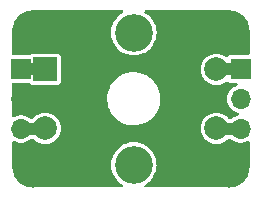
<source format=gtl>
%TF.GenerationSoftware,KiCad,Pcbnew,7.0.7*%
%TF.CreationDate,2023-09-18T16:49:01-04:00*%
%TF.ProjectId,Encoder Mount,456e636f-6465-4722-904d-6f756e742e6b,rev?*%
%TF.SameCoordinates,Original*%
%TF.FileFunction,Copper,L1,Top*%
%TF.FilePolarity,Positive*%
%FSLAX46Y46*%
G04 Gerber Fmt 4.6, Leading zero omitted, Abs format (unit mm)*
G04 Created by KiCad (PCBNEW 7.0.7) date 2023-09-18 16:49:01*
%MOMM*%
%LPD*%
G01*
G04 APERTURE LIST*
%TA.AperFunction,ComponentPad*%
%ADD10C,2.600000*%
%TD*%
%TA.AperFunction,ConnectorPad*%
%ADD11C,3.500000*%
%TD*%
%TA.AperFunction,ComponentPad*%
%ADD12R,2.000000X2.000000*%
%TD*%
%TA.AperFunction,ComponentPad*%
%ADD13C,2.000000*%
%TD*%
%TA.AperFunction,ComponentPad*%
%ADD14C,3.200000*%
%TD*%
%TA.AperFunction,ComponentPad*%
%ADD15R,1.700000X1.700000*%
%TD*%
%TA.AperFunction,ComponentPad*%
%ADD16O,1.700000X1.700000*%
%TD*%
%TA.AperFunction,Conductor*%
%ADD17C,1.000000*%
%TD*%
G04 APERTURE END LIST*
D10*
X91460000Y-94250000D03*
D11*
X91460000Y-94250000D03*
D10*
X108040000Y-94250000D03*
D11*
X108040000Y-94250000D03*
D12*
X92500000Y-97499999D03*
D13*
X92500000Y-102499999D03*
X92500000Y-99999999D03*
D14*
X100000000Y-94399999D03*
X100000000Y-105599999D03*
D13*
X107000000Y-102499999D03*
X107000000Y-97499999D03*
D10*
X108040000Y-105750000D03*
D11*
X108040000Y-105750000D03*
D15*
X109040000Y-97474999D03*
D16*
X109040000Y-100014999D03*
X109040000Y-102554999D03*
D15*
X90460000Y-97474999D03*
D16*
X90460000Y-100014999D03*
X90460000Y-102554999D03*
D10*
X91460000Y-105750000D03*
D11*
X91460000Y-105750000D03*
D17*
X90460000Y-97475000D02*
X92475000Y-97475000D01*
X90460000Y-102555000D02*
X92445000Y-102555000D01*
X107000000Y-97499999D02*
X109015000Y-97499999D01*
X109040000Y-102554999D02*
X107055000Y-102554999D01*
%TA.AperFunction,Conductor*%
G36*
X99052571Y-92520185D02*
G01*
X99098326Y-92572989D01*
X99108270Y-92642147D01*
X99079245Y-92705703D01*
X99044959Y-92733332D01*
X98959052Y-92780240D01*
X98959044Y-92780245D01*
X98739134Y-92944867D01*
X98739116Y-92944883D01*
X98544884Y-93139115D01*
X98544868Y-93139133D01*
X98380246Y-93359043D01*
X98380241Y-93359051D01*
X98248591Y-93600149D01*
X98228232Y-93654734D01*
X98152586Y-93857549D01*
X98152585Y-93857552D01*
X98152584Y-93857556D01*
X98094193Y-94125977D01*
X98094192Y-94125984D01*
X98074594Y-94399997D01*
X98074594Y-94400000D01*
X98094192Y-94674013D01*
X98094193Y-94674020D01*
X98152584Y-94942441D01*
X98152586Y-94942449D01*
X98229897Y-95149727D01*
X98248591Y-95199848D01*
X98380241Y-95440946D01*
X98380246Y-95440954D01*
X98544868Y-95660864D01*
X98544884Y-95660882D01*
X98739116Y-95855114D01*
X98739134Y-95855130D01*
X98959044Y-96019752D01*
X98959052Y-96019757D01*
X99200151Y-96151407D01*
X99200150Y-96151407D01*
X99200154Y-96151408D01*
X99200157Y-96151410D01*
X99457550Y-96247413D01*
X99725986Y-96305807D01*
X99980401Y-96324003D01*
X99999999Y-96325405D01*
X100000000Y-96325405D01*
X100000001Y-96325405D01*
X100018290Y-96324096D01*
X100274014Y-96305807D01*
X100542450Y-96247413D01*
X100799843Y-96151410D01*
X100799847Y-96151407D01*
X100799849Y-96151407D01*
X100920397Y-96085581D01*
X101040953Y-96019754D01*
X101260873Y-95855124D01*
X101455125Y-95660872D01*
X101619755Y-95440952D01*
X101751411Y-95199842D01*
X101847414Y-94942449D01*
X101905808Y-94674013D01*
X101925406Y-94399999D01*
X101905808Y-94125985D01*
X101847414Y-93857549D01*
X101751411Y-93600156D01*
X101751409Y-93600153D01*
X101751408Y-93600149D01*
X101619758Y-93359051D01*
X101619753Y-93359043D01*
X101455131Y-93139133D01*
X101455115Y-93139115D01*
X101260883Y-92944883D01*
X101260865Y-92944867D01*
X101040955Y-92780245D01*
X101040947Y-92780240D01*
X100955041Y-92733332D01*
X100905636Y-92683927D01*
X100890784Y-92615654D01*
X100915201Y-92550190D01*
X100971134Y-92508318D01*
X101014468Y-92500500D01*
X107852405Y-92500500D01*
X107897962Y-92500500D01*
X107902018Y-92500633D01*
X108086433Y-92512719D01*
X108143883Y-92516484D01*
X108151920Y-92517542D01*
X108387641Y-92564431D01*
X108395470Y-92566528D01*
X108623054Y-92643783D01*
X108630542Y-92646883D01*
X108846107Y-92753188D01*
X108853129Y-92757243D01*
X109052964Y-92890768D01*
X109059400Y-92895707D01*
X109240090Y-93054169D01*
X109245830Y-93059909D01*
X109404292Y-93240599D01*
X109409235Y-93247040D01*
X109542755Y-93446868D01*
X109546813Y-93453897D01*
X109645855Y-93654734D01*
X109653110Y-93669444D01*
X109656216Y-93676945D01*
X109733468Y-93904520D01*
X109735569Y-93912362D01*
X109782455Y-94148069D01*
X109783515Y-94156118D01*
X109799367Y-94397980D01*
X109799500Y-94402036D01*
X109799500Y-96180499D01*
X109779815Y-96247538D01*
X109727011Y-96293293D01*
X109675500Y-96304499D01*
X108152445Y-96304499D01*
X108105770Y-96310643D01*
X108003334Y-96358410D01*
X107940395Y-96421349D01*
X107879071Y-96454833D01*
X107809380Y-96449848D01*
X107781594Y-96435244D01*
X107662772Y-96352044D01*
X107453363Y-96254395D01*
X107453359Y-96254394D01*
X107453355Y-96254392D01*
X107230183Y-96194594D01*
X107230179Y-96194593D01*
X107230178Y-96194593D01*
X107230177Y-96194592D01*
X107230172Y-96194592D01*
X107000002Y-96174455D01*
X106999998Y-96174455D01*
X106769827Y-96194592D01*
X106769816Y-96194594D01*
X106546644Y-96254392D01*
X106546635Y-96254396D01*
X106337227Y-96352044D01*
X106337223Y-96352046D01*
X106147961Y-96484569D01*
X106147955Y-96484574D01*
X105984575Y-96647954D01*
X105984570Y-96647960D01*
X105852047Y-96837222D01*
X105852045Y-96837226D01*
X105754397Y-97046634D01*
X105754393Y-97046643D01*
X105694595Y-97269815D01*
X105694593Y-97269826D01*
X105674456Y-97499997D01*
X105674456Y-97500000D01*
X105694593Y-97730171D01*
X105694595Y-97730182D01*
X105754393Y-97953354D01*
X105754395Y-97953358D01*
X105754396Y-97953362D01*
X105803810Y-98059331D01*
X105852045Y-98162771D01*
X105852047Y-98162775D01*
X105984570Y-98352037D01*
X105984575Y-98352043D01*
X106147955Y-98515423D01*
X106147961Y-98515428D01*
X106337223Y-98647951D01*
X106337225Y-98647952D01*
X106337228Y-98647954D01*
X106546637Y-98745603D01*
X106769822Y-98805405D01*
X106934234Y-98819789D01*
X106999998Y-98825543D01*
X107000000Y-98825543D01*
X107000002Y-98825543D01*
X107057653Y-98820499D01*
X107230178Y-98805405D01*
X107453363Y-98745603D01*
X107662772Y-98647954D01*
X107811000Y-98544163D01*
X107877204Y-98521837D01*
X107944972Y-98538847D01*
X107969802Y-98558057D01*
X107995974Y-98584228D01*
X108003333Y-98591587D01*
X108105769Y-98639354D01*
X108152445Y-98645499D01*
X108152446Y-98645499D01*
X108671531Y-98645499D01*
X108738570Y-98665184D01*
X108784325Y-98717988D01*
X108794269Y-98787146D01*
X108765244Y-98850702D01*
X108716325Y-98885126D01*
X108516030Y-98962719D01*
X108516029Y-98962720D01*
X108331592Y-99076919D01*
X108171285Y-99223057D01*
X108040557Y-99396169D01*
X107943869Y-99590343D01*
X107943864Y-99590356D01*
X107884499Y-99798999D01*
X107864484Y-100014998D01*
X107864484Y-100014999D01*
X107884499Y-100230998D01*
X107943864Y-100439641D01*
X107943869Y-100439654D01*
X108040557Y-100633828D01*
X108171285Y-100806940D01*
X108280499Y-100906501D01*
X108331594Y-100953080D01*
X108516028Y-101067277D01*
X108718305Y-101145639D01*
X108811770Y-101163110D01*
X108874050Y-101194778D01*
X108909323Y-101255091D01*
X108906389Y-101324899D01*
X108866180Y-101382039D01*
X108811770Y-101406887D01*
X108718305Y-101424359D01*
X108718302Y-101424359D01*
X108718302Y-101424360D01*
X108516030Y-101502720D01*
X108516029Y-101502720D01*
X108331592Y-101616919D01*
X108238114Y-101702136D01*
X108175310Y-101732753D01*
X108154576Y-101734499D01*
X108140574Y-101734499D01*
X108073535Y-101714814D01*
X108038998Y-101681621D01*
X108015428Y-101647960D01*
X108015426Y-101647956D01*
X107852043Y-101484573D01*
X107852041Y-101484572D01*
X107852038Y-101484569D01*
X107662776Y-101352046D01*
X107662772Y-101352044D01*
X107662771Y-101352043D01*
X107453363Y-101254395D01*
X107453359Y-101254394D01*
X107453355Y-101254392D01*
X107230183Y-101194594D01*
X107230179Y-101194593D01*
X107230178Y-101194593D01*
X107230177Y-101194592D01*
X107230172Y-101194592D01*
X107000002Y-101174455D01*
X106999998Y-101174455D01*
X106769827Y-101194592D01*
X106769816Y-101194594D01*
X106546644Y-101254392D01*
X106546637Y-101254394D01*
X106546637Y-101254395D01*
X106520194Y-101266725D01*
X106337227Y-101352044D01*
X106337223Y-101352046D01*
X106147961Y-101484569D01*
X106147955Y-101484574D01*
X105984575Y-101647954D01*
X105984570Y-101647960D01*
X105852047Y-101837222D01*
X105852045Y-101837226D01*
X105754397Y-102046634D01*
X105754393Y-102046643D01*
X105694595Y-102269815D01*
X105694593Y-102269826D01*
X105674456Y-102499997D01*
X105674456Y-102500000D01*
X105694593Y-102730171D01*
X105694595Y-102730182D01*
X105754393Y-102953354D01*
X105754395Y-102953358D01*
X105754396Y-102953362D01*
X105852045Y-103162770D01*
X105852045Y-103162771D01*
X105852047Y-103162775D01*
X105984570Y-103352037D01*
X105984575Y-103352043D01*
X106147955Y-103515423D01*
X106147961Y-103515428D01*
X106337223Y-103647951D01*
X106337225Y-103647952D01*
X106337228Y-103647954D01*
X106546637Y-103745603D01*
X106769822Y-103805405D01*
X106934234Y-103819789D01*
X106999998Y-103825543D01*
X107000000Y-103825543D01*
X107000002Y-103825543D01*
X107057544Y-103820508D01*
X107230178Y-103805405D01*
X107453363Y-103745603D01*
X107662772Y-103647954D01*
X107852043Y-103515425D01*
X107955650Y-103411818D01*
X108016973Y-103378333D01*
X108043331Y-103375499D01*
X108154576Y-103375499D01*
X108221615Y-103395184D01*
X108238114Y-103407862D01*
X108242454Y-103411818D01*
X108331594Y-103493080D01*
X108516028Y-103607277D01*
X108718305Y-103685639D01*
X108931537Y-103725499D01*
X108931539Y-103725499D01*
X109148461Y-103725499D01*
X109148463Y-103725499D01*
X109361695Y-103685639D01*
X109563972Y-103607277D01*
X109610223Y-103578639D01*
X109677582Y-103560083D01*
X109744281Y-103580891D01*
X109789143Y-103634455D01*
X109799500Y-103684066D01*
X109799500Y-105552406D01*
X109799499Y-105597964D01*
X109799366Y-105602018D01*
X109783515Y-105843880D01*
X109782455Y-105851930D01*
X109735569Y-106087637D01*
X109733468Y-106095479D01*
X109656216Y-106323054D01*
X109653110Y-106330555D01*
X109546814Y-106546101D01*
X109542755Y-106553131D01*
X109409235Y-106752959D01*
X109404292Y-106759400D01*
X109245830Y-106940090D01*
X109240090Y-106945830D01*
X109059400Y-107104292D01*
X109052959Y-107109235D01*
X108853131Y-107242755D01*
X108846101Y-107246814D01*
X108630555Y-107353110D01*
X108623054Y-107356216D01*
X108395479Y-107433468D01*
X108387637Y-107435569D01*
X108151930Y-107482455D01*
X108143881Y-107483515D01*
X107902018Y-107499367D01*
X107897962Y-107499500D01*
X101014464Y-107499500D01*
X100947425Y-107479815D01*
X100901670Y-107427011D01*
X100891726Y-107357853D01*
X100920751Y-107294297D01*
X100955037Y-107266668D01*
X101001278Y-107241417D01*
X101040953Y-107219754D01*
X101260873Y-107055124D01*
X101455125Y-106860872D01*
X101619755Y-106640952D01*
X101751411Y-106399842D01*
X101847414Y-106142449D01*
X101905808Y-105874013D01*
X101925406Y-105599999D01*
X101925260Y-105597964D01*
X101922002Y-105552404D01*
X101905808Y-105325985D01*
X101847414Y-105057549D01*
X101751411Y-104800156D01*
X101751409Y-104800153D01*
X101751408Y-104800149D01*
X101619758Y-104559051D01*
X101619753Y-104559043D01*
X101455131Y-104339133D01*
X101455115Y-104339115D01*
X101260883Y-104144883D01*
X101260865Y-104144867D01*
X101040955Y-103980245D01*
X101040947Y-103980240D01*
X100799848Y-103848590D01*
X100799849Y-103848590D01*
X100684065Y-103805405D01*
X100542450Y-103752585D01*
X100542443Y-103752583D01*
X100542442Y-103752583D01*
X100274021Y-103694192D01*
X100274014Y-103694191D01*
X100000001Y-103674593D01*
X99999999Y-103674593D01*
X99725985Y-103694191D01*
X99725978Y-103694192D01*
X99457557Y-103752583D01*
X99457553Y-103752584D01*
X99457550Y-103752585D01*
X99328853Y-103800586D01*
X99200150Y-103848590D01*
X98959052Y-103980240D01*
X98959044Y-103980245D01*
X98739134Y-104144867D01*
X98739116Y-104144883D01*
X98544884Y-104339115D01*
X98544868Y-104339133D01*
X98380246Y-104559043D01*
X98380241Y-104559051D01*
X98248591Y-104800149D01*
X98200587Y-104928852D01*
X98152586Y-105057549D01*
X98152585Y-105057552D01*
X98152584Y-105057556D01*
X98094193Y-105325977D01*
X98094192Y-105325984D01*
X98074594Y-105599997D01*
X98074594Y-105600000D01*
X98094192Y-105874013D01*
X98094193Y-105874020D01*
X98141530Y-106091627D01*
X98152586Y-106142449D01*
X98221386Y-106326907D01*
X98248591Y-106399848D01*
X98380241Y-106640946D01*
X98380246Y-106640954D01*
X98544868Y-106860864D01*
X98544884Y-106860882D01*
X98739116Y-107055114D01*
X98739134Y-107055130D01*
X98959044Y-107219752D01*
X98959052Y-107219757D01*
X99044963Y-107266668D01*
X99094368Y-107316073D01*
X99109220Y-107384346D01*
X99084803Y-107449810D01*
X99028870Y-107491682D01*
X98985536Y-107499500D01*
X91602038Y-107499500D01*
X91597982Y-107499367D01*
X91356118Y-107483515D01*
X91348069Y-107482455D01*
X91112362Y-107435569D01*
X91104520Y-107433468D01*
X90876945Y-107356216D01*
X90869450Y-107353112D01*
X90653897Y-107246813D01*
X90646868Y-107242755D01*
X90447040Y-107109235D01*
X90440599Y-107104292D01*
X90259909Y-106945830D01*
X90254169Y-106940090D01*
X90095707Y-106759400D01*
X90090768Y-106752964D01*
X89957243Y-106553129D01*
X89953188Y-106546107D01*
X89846883Y-106330542D01*
X89843783Y-106323054D01*
X89766528Y-106095470D01*
X89764430Y-106087637D01*
X89757252Y-106051551D01*
X89717542Y-105851920D01*
X89716484Y-105843880D01*
X89700633Y-105602018D01*
X89700500Y-105597962D01*
X89700500Y-103684066D01*
X89720185Y-103617027D01*
X89772989Y-103571272D01*
X89842147Y-103561328D01*
X89889776Y-103578638D01*
X89936028Y-103607277D01*
X90138305Y-103685639D01*
X90351537Y-103725499D01*
X90351539Y-103725499D01*
X90568461Y-103725499D01*
X90568463Y-103725499D01*
X90781695Y-103685639D01*
X90983972Y-103607277D01*
X91168406Y-103493080D01*
X91261883Y-103407863D01*
X91324689Y-103377246D01*
X91345423Y-103375500D01*
X91456670Y-103375500D01*
X91523709Y-103395185D01*
X91544351Y-103411819D01*
X91647955Y-103515423D01*
X91647961Y-103515428D01*
X91837223Y-103647951D01*
X91837225Y-103647952D01*
X91837228Y-103647954D01*
X92046637Y-103745603D01*
X92269822Y-103805405D01*
X92434234Y-103819789D01*
X92499998Y-103825543D01*
X92500000Y-103825543D01*
X92500002Y-103825543D01*
X92557544Y-103820508D01*
X92730178Y-103805405D01*
X92953363Y-103745603D01*
X93162772Y-103647954D01*
X93352043Y-103515425D01*
X93515426Y-103352042D01*
X93647955Y-103162771D01*
X93745604Y-102953362D01*
X93805406Y-102730177D01*
X93825544Y-102499999D01*
X93805406Y-102269821D01*
X93745604Y-102046636D01*
X93647955Y-101837227D01*
X93647953Y-101837224D01*
X93647952Y-101837222D01*
X93515429Y-101647960D01*
X93515424Y-101647954D01*
X93352044Y-101484574D01*
X93352038Y-101484569D01*
X93162776Y-101352046D01*
X93162772Y-101352044D01*
X92953363Y-101254395D01*
X92953359Y-101254394D01*
X92953355Y-101254392D01*
X92730183Y-101194594D01*
X92730179Y-101194593D01*
X92730178Y-101194593D01*
X92730177Y-101194592D01*
X92730172Y-101194592D01*
X92500002Y-101174455D01*
X92499998Y-101174455D01*
X92269827Y-101194592D01*
X92269816Y-101194594D01*
X92046644Y-101254392D01*
X92046637Y-101254394D01*
X92046637Y-101254395D01*
X92020194Y-101266725D01*
X91837227Y-101352044D01*
X91837223Y-101352046D01*
X91647961Y-101484569D01*
X91647955Y-101484574D01*
X91484577Y-101647952D01*
X91484576Y-101647954D01*
X91484574Y-101647956D01*
X91461002Y-101681621D01*
X91460999Y-101681625D01*
X91406422Y-101725249D01*
X91359425Y-101734500D01*
X91345425Y-101734500D01*
X91278386Y-101714815D01*
X91261887Y-101702137D01*
X91168407Y-101616919D01*
X91168406Y-101616918D01*
X90983972Y-101502721D01*
X90781695Y-101424359D01*
X90568463Y-101384499D01*
X90351537Y-101384499D01*
X90138305Y-101424359D01*
X90138302Y-101424359D01*
X90138302Y-101424360D01*
X89936030Y-101502720D01*
X89936024Y-101502722D01*
X89889777Y-101531358D01*
X89822416Y-101549913D01*
X89755717Y-101529105D01*
X89710856Y-101475540D01*
X89700500Y-101425931D01*
X89700500Y-100075372D01*
X97745723Y-100075372D01*
X97775881Y-100375159D01*
X97775882Y-100375161D01*
X97845728Y-100668251D01*
X97845733Y-100668265D01*
X97954020Y-100949426D01*
X97954024Y-100949435D01*
X98098825Y-101213664D01*
X98098829Y-101213670D01*
X98224697Y-101384499D01*
X98277554Y-101456237D01*
X98368151Y-101549913D01*
X98487019Y-101672822D01*
X98723478Y-101859552D01*
X98723480Y-101859553D01*
X98723485Y-101859557D01*
X98982730Y-102013108D01*
X99260128Y-102130735D01*
X99550729Y-102210339D01*
X99849347Y-102250499D01*
X99849351Y-102250499D01*
X100075252Y-102250499D01*
X100239164Y-102239525D01*
X100300634Y-102235411D01*
X100595903Y-102175395D01*
X100880537Y-102076559D01*
X101149459Y-101940667D01*
X101397869Y-101770143D01*
X101621333Y-101568031D01*
X101815865Y-101337938D01*
X101977993Y-101083969D01*
X102104823Y-100810657D01*
X102194093Y-100522878D01*
X102244209Y-100225769D01*
X102254277Y-99924630D01*
X102224118Y-99624837D01*
X102154269Y-99331738D01*
X102045977Y-99050565D01*
X101901175Y-98786334D01*
X101722446Y-98543761D01*
X101512980Y-98327175D01*
X101389742Y-98229855D01*
X101276521Y-98140445D01*
X101276517Y-98140442D01*
X101276515Y-98140441D01*
X101017270Y-97986890D01*
X100739872Y-97869263D01*
X100739863Y-97869260D01*
X100449272Y-97789659D01*
X100374616Y-97779619D01*
X100150653Y-97749499D01*
X99924756Y-97749499D01*
X99924748Y-97749499D01*
X99699368Y-97764586D01*
X99699359Y-97764588D01*
X99404094Y-97824603D01*
X99119464Y-97923438D01*
X99119459Y-97923440D01*
X98850546Y-98059327D01*
X98602125Y-98229859D01*
X98378665Y-98431968D01*
X98184132Y-98662063D01*
X98022006Y-98916029D01*
X98022005Y-98916031D01*
X97947346Y-99076919D01*
X97895177Y-99189341D01*
X97895176Y-99189345D01*
X97805907Y-99477117D01*
X97755791Y-99774229D01*
X97745723Y-100075372D01*
X89700500Y-100075372D01*
X89700500Y-98769499D01*
X89720185Y-98702460D01*
X89772989Y-98656705D01*
X89824500Y-98645499D01*
X91140883Y-98645499D01*
X91207922Y-98665184D01*
X91228564Y-98681818D01*
X91233412Y-98686666D01*
X91313333Y-98766587D01*
X91415769Y-98814354D01*
X91462445Y-98820499D01*
X91462446Y-98820499D01*
X93537555Y-98820499D01*
X93553112Y-98818450D01*
X93584231Y-98814354D01*
X93686667Y-98766587D01*
X93766588Y-98686666D01*
X93814355Y-98584230D01*
X93820500Y-98537553D01*
X93820500Y-96462445D01*
X93814355Y-96415768D01*
X93766588Y-96313332D01*
X93686667Y-96233411D01*
X93584231Y-96185644D01*
X93584229Y-96185643D01*
X93584230Y-96185643D01*
X93537555Y-96179499D01*
X93537554Y-96179499D01*
X91462446Y-96179499D01*
X91462445Y-96179499D01*
X91415770Y-96185643D01*
X91313332Y-96233411D01*
X91278564Y-96268180D01*
X91217241Y-96301665D01*
X91190883Y-96304499D01*
X89824500Y-96304499D01*
X89757461Y-96284814D01*
X89711706Y-96232010D01*
X89700500Y-96180499D01*
X89700500Y-94402036D01*
X89700633Y-94397980D01*
X89716484Y-94156119D01*
X89717542Y-94148081D01*
X89764432Y-93912354D01*
X89766527Y-93904532D01*
X89843785Y-93676939D01*
X89846881Y-93669462D01*
X89953191Y-93453886D01*
X89957239Y-93446876D01*
X90090773Y-93247027D01*
X90095702Y-93240605D01*
X90254170Y-93059907D01*
X90259909Y-93054169D01*
X90440605Y-92895702D01*
X90447027Y-92890773D01*
X90646876Y-92757239D01*
X90653886Y-92753191D01*
X90869462Y-92646881D01*
X90876939Y-92643785D01*
X91104532Y-92566527D01*
X91112354Y-92564432D01*
X91348081Y-92517542D01*
X91356114Y-92516484D01*
X91425268Y-92511952D01*
X91597982Y-92500633D01*
X91602038Y-92500500D01*
X91647595Y-92500500D01*
X98985532Y-92500500D01*
X99052571Y-92520185D01*
G37*
%TD.AperFunction*%
M02*

</source>
